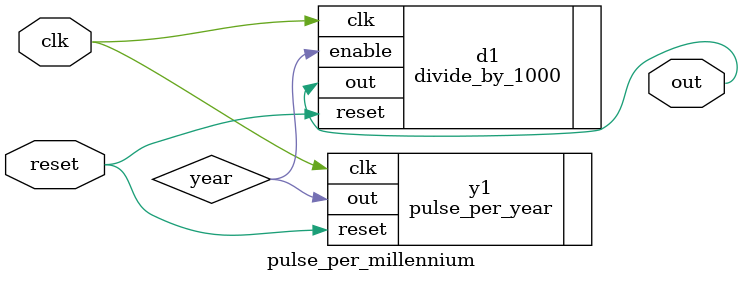
<source format=v>
/* -*-Verilog-*-
*******************************************************************************
*
* File:         pulse_per_millennium.v
* RCS:          $Header: $
* Description:  Provide a pulse once a millennium
* Author:       Costas Calamvokis
* Language:     Verilog
* Package:      N/A
* Status:       Experimental (Do Not Distribute)
*
* Copyright (c) 1998 Costas Calamvokis, all rights reserved.
*
*******************************************************************************
*/


module pulse_per_millennium (
    clk,
    reset,
    out);

input clk;
input reset;
output out;

reg year;



pulse_per_year y1 (
    .clk(clk),
    .reset(reset),
    .out(year));


divide_by_1000 d1 (
    .clk(clk),
    .reset(reset),
    .enable(year),
    .out(out));



endmodule










/*
 *  Click on this link to go back to v2html home page: 
 *    http:../../../v2html.html
 */    

</source>
